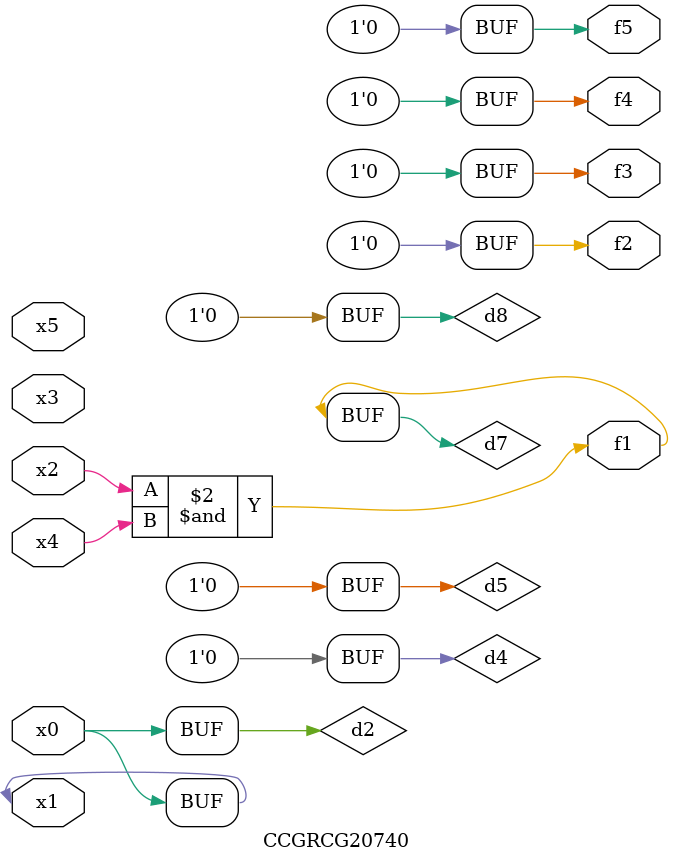
<source format=v>
module CCGRCG20740(
	input x0, x1, x2, x3, x4, x5,
	output f1, f2, f3, f4, f5
);

	wire d1, d2, d3, d4, d5, d6, d7, d8, d9;

	nand (d1, x1);
	buf (d2, x0, x1);
	nand (d3, x2, x4);
	and (d4, d1, d2);
	and (d5, d1, d2);
	nand (d6, d1, d3);
	not (d7, d3);
	xor (d8, d5);
	nor (d9, d5, d6);
	assign f1 = d7;
	assign f2 = d8;
	assign f3 = d8;
	assign f4 = d8;
	assign f5 = d8;
endmodule

</source>
